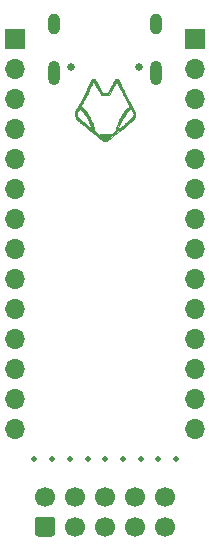
<source format=gbs>
%TF.GenerationSoftware,KiCad,Pcbnew,5.1.8-db9833491~88~ubuntu20.04.1*%
%TF.CreationDate,2021-01-17T16:38:17+01:00*%
%TF.ProjectId,GreenFox,47726565-6e46-46f7-982e-6b696361645f,Rev1*%
%TF.SameCoordinates,PX6d01460PY68c4118*%
%TF.FileFunction,Soldermask,Bot*%
%TF.FilePolarity,Negative*%
%FSLAX46Y46*%
G04 Gerber Fmt 4.6, Leading zero omitted, Abs format (unit mm)*
G04 Created by KiCad (PCBNEW 5.1.8-db9833491~88~ubuntu20.04.1) date 2021-01-17 16:38:17*
%MOMM*%
%LPD*%
G01*
G04 APERTURE LIST*
%ADD10C,0.010000*%
%ADD11C,0.500000*%
%ADD12O,1.700000X1.700000*%
%ADD13R,1.700000X1.700000*%
%ADD14C,1.700000*%
%ADD15O,1.000000X2.100000*%
%ADD16O,1.000000X1.800000*%
%ADD17C,0.650000*%
G04 APERTURE END LIST*
D10*
%TO.C,MARK1*%
G36*
X11025636Y40394381D02*
G01*
X11003371Y40365824D01*
X10976581Y40325780D01*
X10950179Y40281709D01*
X10943722Y40270027D01*
X10929423Y40243976D01*
X10905961Y40201672D01*
X10874559Y40145305D01*
X10836443Y40077065D01*
X10792836Y39999140D01*
X10744963Y39913722D01*
X10694048Y39822998D01*
X10641315Y39729160D01*
X10637825Y39722954D01*
X10377432Y39259933D01*
X9942568Y39259933D01*
X9682175Y39722954D01*
X9629366Y39816921D01*
X9578294Y39907915D01*
X9530184Y39993749D01*
X9486260Y40072231D01*
X9447746Y40141173D01*
X9415867Y40198385D01*
X9391847Y40241678D01*
X9376911Y40268861D01*
X9376278Y40270027D01*
X9350829Y40313905D01*
X9323659Y40355779D01*
X9299680Y40388191D01*
X9294365Y40394381D01*
X9257954Y40434683D01*
X9071748Y40434683D01*
X9040329Y40391961D01*
X9029515Y40373828D01*
X9010826Y40338595D01*
X8985298Y40288365D01*
X8953965Y40225237D01*
X8917861Y40151314D01*
X8878021Y40068697D01*
X8835479Y39979487D01*
X8794140Y39891898D01*
X8720923Y39736017D01*
X8655731Y39597390D01*
X8597591Y39474112D01*
X8545528Y39364276D01*
X8498570Y39265977D01*
X8455744Y39177311D01*
X8416077Y39096371D01*
X8378596Y39021253D01*
X8342327Y38950050D01*
X8306298Y38880858D01*
X8269535Y38811770D01*
X8231066Y38740882D01*
X8189917Y38666287D01*
X8145116Y38586082D01*
X8095688Y38498359D01*
X8040662Y38401214D01*
X7979064Y38292741D01*
X7963359Y38265100D01*
X7593542Y37614225D01*
X7590012Y37496248D01*
X7588932Y37441202D01*
X7590094Y37400602D01*
X7594313Y37367774D01*
X7602402Y37336045D01*
X7613567Y37303185D01*
X7659471Y37194411D01*
X7716356Y37094927D01*
X7787726Y36999173D01*
X7846984Y36932648D01*
X7863193Y36917620D01*
X7894892Y36890265D01*
X7941019Y36851449D01*
X8000512Y36802037D01*
X8072310Y36742896D01*
X8155350Y36674892D01*
X8248570Y36598889D01*
X8350908Y36515755D01*
X8461302Y36426354D01*
X8578691Y36331554D01*
X8702011Y36232218D01*
X8830201Y36129214D01*
X8962199Y36023407D01*
X8966660Y36019836D01*
X10022278Y35174767D01*
X10162577Y35175556D01*
X10302875Y35176345D01*
X11343629Y36010285D01*
X11474624Y36115328D01*
X11601778Y36217445D01*
X11724030Y36315774D01*
X11840316Y36409456D01*
X11949576Y36497629D01*
X12050748Y36579434D01*
X12142769Y36654010D01*
X12224578Y36720496D01*
X12295112Y36778032D01*
X12353311Y36825756D01*
X12398111Y36862809D01*
X12428451Y36888330D01*
X12442945Y36901142D01*
X12486400Y36947065D01*
X12533137Y37002561D01*
X12578757Y37061857D01*
X12618860Y37119183D01*
X12649044Y37168765D01*
X12653628Y37177489D01*
X12670872Y37214625D01*
X12690379Y37261231D01*
X12706525Y37303439D01*
X12718723Y37339743D01*
X12726335Y37371251D01*
X12730171Y37404631D01*
X12731042Y37446548D01*
X12730668Y37464201D01*
X12578070Y37464201D01*
X12566596Y37418950D01*
X12544206Y37364175D01*
X12512635Y37302877D01*
X12473617Y37238056D01*
X12428889Y37172714D01*
X12380184Y37109851D01*
X12329238Y37052469D01*
X12307066Y37030220D01*
X12292390Y37017328D01*
X12263584Y36993157D01*
X12222342Y36959072D01*
X12170358Y36916440D01*
X12109325Y36866626D01*
X12040937Y36810997D01*
X11966888Y36750919D01*
X11888872Y36687758D01*
X11808582Y36622880D01*
X11727711Y36557651D01*
X11647955Y36493437D01*
X11571005Y36431604D01*
X11498557Y36373519D01*
X11432304Y36320546D01*
X11373939Y36274054D01*
X11325156Y36235407D01*
X11287649Y36205971D01*
X11263111Y36187114D01*
X11253237Y36180200D01*
X11253176Y36180191D01*
X11255594Y36189585D01*
X11263751Y36215353D01*
X11276464Y36253870D01*
X11292547Y36301506D01*
X11297645Y36316429D01*
X11365490Y36498616D01*
X11446300Y36688560D01*
X11537489Y36881229D01*
X11636473Y37071588D01*
X11740666Y37254605D01*
X11847482Y37425244D01*
X11925654Y37539138D01*
X11967555Y37593697D01*
X12017955Y37653202D01*
X12073144Y37713801D01*
X12129411Y37771642D01*
X12183048Y37822871D01*
X12230344Y37863636D01*
X12257482Y37883742D01*
X12289890Y37904638D01*
X12315619Y37919853D01*
X12329543Y37926375D01*
X12330084Y37926433D01*
X12337365Y37917687D01*
X12353060Y37893536D01*
X12375366Y37857116D01*
X12402482Y37811563D01*
X12432605Y37760012D01*
X12463936Y37705597D01*
X12494671Y37651454D01*
X12523010Y37600719D01*
X12547151Y37556525D01*
X12565292Y37522009D01*
X12575633Y37500305D01*
X12576892Y37496926D01*
X12578070Y37464201D01*
X12730668Y37464201D01*
X12729988Y37496248D01*
X12726458Y37614225D01*
X12455547Y38091027D01*
X12241945Y38091027D01*
X12234268Y38081343D01*
X12211900Y38066511D01*
X12179622Y38049684D01*
X12178445Y38049132D01*
X12149010Y38033516D01*
X12118760Y38013039D01*
X12084535Y37985083D01*
X12043174Y37947029D01*
X11991517Y37896261D01*
X11980333Y37885018D01*
X11883522Y37780580D01*
X11790408Y37665714D01*
X11699519Y37538251D01*
X11609385Y37396020D01*
X11518533Y37236852D01*
X11442196Y37091642D01*
X11356841Y36918696D01*
X11283563Y36758723D01*
X11221026Y36608323D01*
X11167896Y36464093D01*
X11122835Y36322633D01*
X11084727Y36181425D01*
X11070911Y36126419D01*
X11058396Y36078343D01*
X11048239Y36041134D01*
X11041501Y36018730D01*
X11039827Y36014452D01*
X11029898Y36004471D01*
X11005885Y35983441D01*
X10970291Y35953462D01*
X10925621Y35916632D01*
X10874378Y35875049D01*
X10853208Y35858042D01*
X10789084Y35807242D01*
X10739260Y35769170D01*
X10702061Y35742672D01*
X10675809Y35726596D01*
X10658827Y35719788D01*
X10652125Y35719740D01*
X10631160Y35725404D01*
X10597411Y35734406D01*
X10562167Y35743745D01*
X10539674Y35748951D01*
X10514251Y35753075D01*
X10483291Y35756231D01*
X10444187Y35758533D01*
X10394333Y35760094D01*
X10331123Y35761027D01*
X10251948Y35761445D01*
X10154708Y35761463D01*
X10059817Y35761252D01*
X9983343Y35760798D01*
X9922535Y35759946D01*
X9874643Y35758543D01*
X9836919Y35756435D01*
X9806610Y35753466D01*
X9780969Y35749484D01*
X9757244Y35744333D01*
X9732685Y35737860D01*
X9732429Y35737789D01*
X9690309Y35727519D01*
X9657408Y35722242D01*
X9638701Y35722704D01*
X9637179Y35723490D01*
X9599706Y35752606D01*
X9555165Y35787828D01*
X9506370Y35826860D01*
X9456141Y35867403D01*
X9407292Y35907162D01*
X9362642Y35943841D01*
X9325007Y35975141D01*
X9297204Y35998768D01*
X9282050Y36012423D01*
X9280173Y36014557D01*
X9275389Y36028684D01*
X9266694Y36059453D01*
X9255147Y36102929D01*
X9241806Y36155179D01*
X9235273Y36181425D01*
X9233569Y36187736D01*
X9058014Y36187736D01*
X9056683Y36187898D01*
X9046249Y36196195D01*
X9020756Y36216541D01*
X8981673Y36247763D01*
X8930468Y36288685D01*
X8868609Y36338135D01*
X8797567Y36394938D01*
X8718809Y36457920D01*
X8633804Y36525906D01*
X8544021Y36597724D01*
X8540750Y36600341D01*
X8427130Y36691379D01*
X8328788Y36770578D01*
X8244346Y36839160D01*
X8172431Y36898354D01*
X8111667Y36949384D01*
X8060678Y36993476D01*
X8018090Y37031855D01*
X7982526Y37065747D01*
X7952611Y37096379D01*
X7926971Y37124974D01*
X7904230Y37152760D01*
X7883012Y37180962D01*
X7872134Y37196183D01*
X7833095Y37256080D01*
X7799018Y37316973D01*
X7771461Y37375234D01*
X7751978Y37427238D01*
X7742126Y37469358D01*
X7743108Y37496926D01*
X7750917Y37514441D01*
X7767036Y37545654D01*
X7789664Y37587431D01*
X7817000Y37636635D01*
X7847240Y37690133D01*
X7878585Y37744789D01*
X7909233Y37797467D01*
X7937381Y37845033D01*
X7961229Y37884351D01*
X7978974Y37912287D01*
X7988816Y37925705D01*
X7989917Y37926433D01*
X8002397Y37920934D01*
X8027187Y37906443D01*
X8059164Y37885975D01*
X8062519Y37883742D01*
X8103234Y37852503D01*
X8152865Y37808126D01*
X8207700Y37754465D01*
X8264031Y37695372D01*
X8318148Y37634698D01*
X8366342Y37576297D01*
X8394347Y37539138D01*
X8501904Y37380018D01*
X8608650Y37204832D01*
X8712004Y37018607D01*
X8809386Y36826370D01*
X8898213Y36633147D01*
X8975906Y36443966D01*
X9022798Y36315136D01*
X9038825Y36266449D01*
X9050612Y36226826D01*
X9057296Y36199508D01*
X9058014Y36187736D01*
X9233569Y36187736D01*
X9196910Y36323502D01*
X9151804Y36464968D01*
X9098619Y36609226D01*
X9036021Y36759675D01*
X8962673Y36919717D01*
X8877804Y37091642D01*
X8785258Y37266374D01*
X8694641Y37422384D01*
X8604480Y37561841D01*
X8513304Y37686915D01*
X8419643Y37799776D01*
X8339667Y37885018D01*
X8285708Y37938485D01*
X8242643Y37978742D01*
X8207310Y38008406D01*
X8176551Y38030097D01*
X8147205Y38046431D01*
X8141556Y38049132D01*
X8109032Y38065971D01*
X8086262Y38080920D01*
X8078025Y38090823D01*
X8078056Y38091027D01*
X8083637Y38102434D01*
X8098548Y38130164D01*
X8121639Y38172147D01*
X8151757Y38226315D01*
X8187754Y38290601D01*
X8228477Y38362937D01*
X8272777Y38441254D01*
X8281226Y38456152D01*
X8333169Y38548413D01*
X8381220Y38635450D01*
X8426964Y38720370D01*
X8471990Y38806283D01*
X8517885Y38896296D01*
X8566234Y38993517D01*
X8618625Y39101055D01*
X8676645Y39222017D01*
X8734832Y39344600D01*
X8783709Y39448044D01*
X8831320Y39548981D01*
X8876621Y39645188D01*
X8918571Y39734446D01*
X8956128Y39814533D01*
X8988250Y39883228D01*
X9013893Y39938310D01*
X9032017Y39977559D01*
X9037767Y39990183D01*
X9062969Y40045100D01*
X9090078Y40102734D01*
X9115093Y40154637D01*
X9127678Y40179999D01*
X9167408Y40258690D01*
X9186968Y40232916D01*
X9198303Y40215014D01*
X9217123Y40182016D01*
X9241345Y40137708D01*
X9268890Y40085876D01*
X9288391Y40048392D01*
X9316240Y39994951D01*
X9341396Y39947732D01*
X9362006Y39910129D01*
X9376221Y39885534D01*
X9381481Y39877759D01*
X9388917Y39866231D01*
X9405523Y39838207D01*
X9430160Y39795678D01*
X9461691Y39740634D01*
X9498977Y39675067D01*
X9540881Y39600967D01*
X9586263Y39520325D01*
X9609667Y39478596D01*
X9826625Y39091315D01*
X9886963Y39090958D01*
X9933737Y39093756D01*
X9984833Y39101274D01*
X10008249Y39106475D01*
X10068806Y39117002D01*
X10140677Y39121542D01*
X10214872Y39120097D01*
X10282402Y39112666D01*
X10311751Y39106475D01*
X10358766Y39097274D01*
X10409788Y39091727D01*
X10433037Y39090958D01*
X10493375Y39091315D01*
X10710333Y39478596D01*
X10757017Y39561739D01*
X10800786Y39639327D01*
X10840500Y39709367D01*
X10875022Y39769869D01*
X10903214Y39818843D01*
X10923938Y39854296D01*
X10936056Y39874239D01*
X10938519Y39877759D01*
X10946927Y39890776D01*
X10963075Y39919267D01*
X10985114Y39959838D01*
X11011190Y40009097D01*
X11031610Y40048392D01*
X11060223Y40103171D01*
X11086925Y40152992D01*
X11109633Y40194069D01*
X11126268Y40222615D01*
X11133032Y40232916D01*
X11152592Y40258690D01*
X11192322Y40179999D01*
X11214072Y40135794D01*
X11240372Y40080674D01*
X11267218Y40023089D01*
X11282233Y39990183D01*
X11296353Y39959375D01*
X11318496Y39911661D01*
X11347620Y39849261D01*
X11382682Y39774397D01*
X11422641Y39689290D01*
X11466455Y39596161D01*
X11513081Y39497231D01*
X11561476Y39394720D01*
X11585169Y39344600D01*
X11649593Y39208939D01*
X11706965Y39089492D01*
X11758870Y38983153D01*
X11806895Y38886811D01*
X11852628Y38797360D01*
X11897655Y38711692D01*
X11943563Y38626697D01*
X11991938Y38539269D01*
X12038774Y38456152D01*
X12083606Y38376959D01*
X12125074Y38303368D01*
X12162027Y38237446D01*
X12193313Y38181260D01*
X12217783Y38136880D01*
X12234286Y38106373D01*
X12241670Y38091806D01*
X12241945Y38091027D01*
X12455547Y38091027D01*
X12356641Y38265100D01*
X12293339Y38376544D01*
X12236840Y38476207D01*
X12186170Y38565996D01*
X12140358Y38647814D01*
X12098430Y38723569D01*
X12059412Y38795165D01*
X12022332Y38864508D01*
X11986217Y38933503D01*
X11950093Y39004056D01*
X11912988Y39078072D01*
X11873928Y39157456D01*
X11831941Y39244114D01*
X11786053Y39339952D01*
X11735291Y39446875D01*
X11678682Y39566788D01*
X11615253Y39701596D01*
X11544031Y39853206D01*
X11525861Y39891898D01*
X11481728Y39985375D01*
X11439328Y40074225D01*
X11399697Y40156347D01*
X11363868Y40229640D01*
X11332877Y40292002D01*
X11307757Y40341332D01*
X11289543Y40375529D01*
X11279671Y40391961D01*
X11248252Y40434683D01*
X11062047Y40434683D01*
X11025636Y40394381D01*
G37*
X11025636Y40394381D02*
X11003371Y40365824D01*
X10976581Y40325780D01*
X10950179Y40281709D01*
X10943722Y40270027D01*
X10929423Y40243976D01*
X10905961Y40201672D01*
X10874559Y40145305D01*
X10836443Y40077065D01*
X10792836Y39999140D01*
X10744963Y39913722D01*
X10694048Y39822998D01*
X10641315Y39729160D01*
X10637825Y39722954D01*
X10377432Y39259933D01*
X9942568Y39259933D01*
X9682175Y39722954D01*
X9629366Y39816921D01*
X9578294Y39907915D01*
X9530184Y39993749D01*
X9486260Y40072231D01*
X9447746Y40141173D01*
X9415867Y40198385D01*
X9391847Y40241678D01*
X9376911Y40268861D01*
X9376278Y40270027D01*
X9350829Y40313905D01*
X9323659Y40355779D01*
X9299680Y40388191D01*
X9294365Y40394381D01*
X9257954Y40434683D01*
X9071748Y40434683D01*
X9040329Y40391961D01*
X9029515Y40373828D01*
X9010826Y40338595D01*
X8985298Y40288365D01*
X8953965Y40225237D01*
X8917861Y40151314D01*
X8878021Y40068697D01*
X8835479Y39979487D01*
X8794140Y39891898D01*
X8720923Y39736017D01*
X8655731Y39597390D01*
X8597591Y39474112D01*
X8545528Y39364276D01*
X8498570Y39265977D01*
X8455744Y39177311D01*
X8416077Y39096371D01*
X8378596Y39021253D01*
X8342327Y38950050D01*
X8306298Y38880858D01*
X8269535Y38811770D01*
X8231066Y38740882D01*
X8189917Y38666287D01*
X8145116Y38586082D01*
X8095688Y38498359D01*
X8040662Y38401214D01*
X7979064Y38292741D01*
X7963359Y38265100D01*
X7593542Y37614225D01*
X7590012Y37496248D01*
X7588932Y37441202D01*
X7590094Y37400602D01*
X7594313Y37367774D01*
X7602402Y37336045D01*
X7613567Y37303185D01*
X7659471Y37194411D01*
X7716356Y37094927D01*
X7787726Y36999173D01*
X7846984Y36932648D01*
X7863193Y36917620D01*
X7894892Y36890265D01*
X7941019Y36851449D01*
X8000512Y36802037D01*
X8072310Y36742896D01*
X8155350Y36674892D01*
X8248570Y36598889D01*
X8350908Y36515755D01*
X8461302Y36426354D01*
X8578691Y36331554D01*
X8702011Y36232218D01*
X8830201Y36129214D01*
X8962199Y36023407D01*
X8966660Y36019836D01*
X10022278Y35174767D01*
X10162577Y35175556D01*
X10302875Y35176345D01*
X11343629Y36010285D01*
X11474624Y36115328D01*
X11601778Y36217445D01*
X11724030Y36315774D01*
X11840316Y36409456D01*
X11949576Y36497629D01*
X12050748Y36579434D01*
X12142769Y36654010D01*
X12224578Y36720496D01*
X12295112Y36778032D01*
X12353311Y36825756D01*
X12398111Y36862809D01*
X12428451Y36888330D01*
X12442945Y36901142D01*
X12486400Y36947065D01*
X12533137Y37002561D01*
X12578757Y37061857D01*
X12618860Y37119183D01*
X12649044Y37168765D01*
X12653628Y37177489D01*
X12670872Y37214625D01*
X12690379Y37261231D01*
X12706525Y37303439D01*
X12718723Y37339743D01*
X12726335Y37371251D01*
X12730171Y37404631D01*
X12731042Y37446548D01*
X12730668Y37464201D01*
X12578070Y37464201D01*
X12566596Y37418950D01*
X12544206Y37364175D01*
X12512635Y37302877D01*
X12473617Y37238056D01*
X12428889Y37172714D01*
X12380184Y37109851D01*
X12329238Y37052469D01*
X12307066Y37030220D01*
X12292390Y37017328D01*
X12263584Y36993157D01*
X12222342Y36959072D01*
X12170358Y36916440D01*
X12109325Y36866626D01*
X12040937Y36810997D01*
X11966888Y36750919D01*
X11888872Y36687758D01*
X11808582Y36622880D01*
X11727711Y36557651D01*
X11647955Y36493437D01*
X11571005Y36431604D01*
X11498557Y36373519D01*
X11432304Y36320546D01*
X11373939Y36274054D01*
X11325156Y36235407D01*
X11287649Y36205971D01*
X11263111Y36187114D01*
X11253237Y36180200D01*
X11253176Y36180191D01*
X11255594Y36189585D01*
X11263751Y36215353D01*
X11276464Y36253870D01*
X11292547Y36301506D01*
X11297645Y36316429D01*
X11365490Y36498616D01*
X11446300Y36688560D01*
X11537489Y36881229D01*
X11636473Y37071588D01*
X11740666Y37254605D01*
X11847482Y37425244D01*
X11925654Y37539138D01*
X11967555Y37593697D01*
X12017955Y37653202D01*
X12073144Y37713801D01*
X12129411Y37771642D01*
X12183048Y37822871D01*
X12230344Y37863636D01*
X12257482Y37883742D01*
X12289890Y37904638D01*
X12315619Y37919853D01*
X12329543Y37926375D01*
X12330084Y37926433D01*
X12337365Y37917687D01*
X12353060Y37893536D01*
X12375366Y37857116D01*
X12402482Y37811563D01*
X12432605Y37760012D01*
X12463936Y37705597D01*
X12494671Y37651454D01*
X12523010Y37600719D01*
X12547151Y37556525D01*
X12565292Y37522009D01*
X12575633Y37500305D01*
X12576892Y37496926D01*
X12578070Y37464201D01*
X12730668Y37464201D01*
X12729988Y37496248D01*
X12726458Y37614225D01*
X12455547Y38091027D01*
X12241945Y38091027D01*
X12234268Y38081343D01*
X12211900Y38066511D01*
X12179622Y38049684D01*
X12178445Y38049132D01*
X12149010Y38033516D01*
X12118760Y38013039D01*
X12084535Y37985083D01*
X12043174Y37947029D01*
X11991517Y37896261D01*
X11980333Y37885018D01*
X11883522Y37780580D01*
X11790408Y37665714D01*
X11699519Y37538251D01*
X11609385Y37396020D01*
X11518533Y37236852D01*
X11442196Y37091642D01*
X11356841Y36918696D01*
X11283563Y36758723D01*
X11221026Y36608323D01*
X11167896Y36464093D01*
X11122835Y36322633D01*
X11084727Y36181425D01*
X11070911Y36126419D01*
X11058396Y36078343D01*
X11048239Y36041134D01*
X11041501Y36018730D01*
X11039827Y36014452D01*
X11029898Y36004471D01*
X11005885Y35983441D01*
X10970291Y35953462D01*
X10925621Y35916632D01*
X10874378Y35875049D01*
X10853208Y35858042D01*
X10789084Y35807242D01*
X10739260Y35769170D01*
X10702061Y35742672D01*
X10675809Y35726596D01*
X10658827Y35719788D01*
X10652125Y35719740D01*
X10631160Y35725404D01*
X10597411Y35734406D01*
X10562167Y35743745D01*
X10539674Y35748951D01*
X10514251Y35753075D01*
X10483291Y35756231D01*
X10444187Y35758533D01*
X10394333Y35760094D01*
X10331123Y35761027D01*
X10251948Y35761445D01*
X10154708Y35761463D01*
X10059817Y35761252D01*
X9983343Y35760798D01*
X9922535Y35759946D01*
X9874643Y35758543D01*
X9836919Y35756435D01*
X9806610Y35753466D01*
X9780969Y35749484D01*
X9757244Y35744333D01*
X9732685Y35737860D01*
X9732429Y35737789D01*
X9690309Y35727519D01*
X9657408Y35722242D01*
X9638701Y35722704D01*
X9637179Y35723490D01*
X9599706Y35752606D01*
X9555165Y35787828D01*
X9506370Y35826860D01*
X9456141Y35867403D01*
X9407292Y35907162D01*
X9362642Y35943841D01*
X9325007Y35975141D01*
X9297204Y35998768D01*
X9282050Y36012423D01*
X9280173Y36014557D01*
X9275389Y36028684D01*
X9266694Y36059453D01*
X9255147Y36102929D01*
X9241806Y36155179D01*
X9235273Y36181425D01*
X9233569Y36187736D01*
X9058014Y36187736D01*
X9056683Y36187898D01*
X9046249Y36196195D01*
X9020756Y36216541D01*
X8981673Y36247763D01*
X8930468Y36288685D01*
X8868609Y36338135D01*
X8797567Y36394938D01*
X8718809Y36457920D01*
X8633804Y36525906D01*
X8544021Y36597724D01*
X8540750Y36600341D01*
X8427130Y36691379D01*
X8328788Y36770578D01*
X8244346Y36839160D01*
X8172431Y36898354D01*
X8111667Y36949384D01*
X8060678Y36993476D01*
X8018090Y37031855D01*
X7982526Y37065747D01*
X7952611Y37096379D01*
X7926971Y37124974D01*
X7904230Y37152760D01*
X7883012Y37180962D01*
X7872134Y37196183D01*
X7833095Y37256080D01*
X7799018Y37316973D01*
X7771461Y37375234D01*
X7751978Y37427238D01*
X7742126Y37469358D01*
X7743108Y37496926D01*
X7750917Y37514441D01*
X7767036Y37545654D01*
X7789664Y37587431D01*
X7817000Y37636635D01*
X7847240Y37690133D01*
X7878585Y37744789D01*
X7909233Y37797467D01*
X7937381Y37845033D01*
X7961229Y37884351D01*
X7978974Y37912287D01*
X7988816Y37925705D01*
X7989917Y37926433D01*
X8002397Y37920934D01*
X8027187Y37906443D01*
X8059164Y37885975D01*
X8062519Y37883742D01*
X8103234Y37852503D01*
X8152865Y37808126D01*
X8207700Y37754465D01*
X8264031Y37695372D01*
X8318148Y37634698D01*
X8366342Y37576297D01*
X8394347Y37539138D01*
X8501904Y37380018D01*
X8608650Y37204832D01*
X8712004Y37018607D01*
X8809386Y36826370D01*
X8898213Y36633147D01*
X8975906Y36443966D01*
X9022798Y36315136D01*
X9038825Y36266449D01*
X9050612Y36226826D01*
X9057296Y36199508D01*
X9058014Y36187736D01*
X9233569Y36187736D01*
X9196910Y36323502D01*
X9151804Y36464968D01*
X9098619Y36609226D01*
X9036021Y36759675D01*
X8962673Y36919717D01*
X8877804Y37091642D01*
X8785258Y37266374D01*
X8694641Y37422384D01*
X8604480Y37561841D01*
X8513304Y37686915D01*
X8419643Y37799776D01*
X8339667Y37885018D01*
X8285708Y37938485D01*
X8242643Y37978742D01*
X8207310Y38008406D01*
X8176551Y38030097D01*
X8147205Y38046431D01*
X8141556Y38049132D01*
X8109032Y38065971D01*
X8086262Y38080920D01*
X8078025Y38090823D01*
X8078056Y38091027D01*
X8083637Y38102434D01*
X8098548Y38130164D01*
X8121639Y38172147D01*
X8151757Y38226315D01*
X8187754Y38290601D01*
X8228477Y38362937D01*
X8272777Y38441254D01*
X8281226Y38456152D01*
X8333169Y38548413D01*
X8381220Y38635450D01*
X8426964Y38720370D01*
X8471990Y38806283D01*
X8517885Y38896296D01*
X8566234Y38993517D01*
X8618625Y39101055D01*
X8676645Y39222017D01*
X8734832Y39344600D01*
X8783709Y39448044D01*
X8831320Y39548981D01*
X8876621Y39645188D01*
X8918571Y39734446D01*
X8956128Y39814533D01*
X8988250Y39883228D01*
X9013893Y39938310D01*
X9032017Y39977559D01*
X9037767Y39990183D01*
X9062969Y40045100D01*
X9090078Y40102734D01*
X9115093Y40154637D01*
X9127678Y40179999D01*
X9167408Y40258690D01*
X9186968Y40232916D01*
X9198303Y40215014D01*
X9217123Y40182016D01*
X9241345Y40137708D01*
X9268890Y40085876D01*
X9288391Y40048392D01*
X9316240Y39994951D01*
X9341396Y39947732D01*
X9362006Y39910129D01*
X9376221Y39885534D01*
X9381481Y39877759D01*
X9388917Y39866231D01*
X9405523Y39838207D01*
X9430160Y39795678D01*
X9461691Y39740634D01*
X9498977Y39675067D01*
X9540881Y39600967D01*
X9586263Y39520325D01*
X9609667Y39478596D01*
X9826625Y39091315D01*
X9886963Y39090958D01*
X9933737Y39093756D01*
X9984833Y39101274D01*
X10008249Y39106475D01*
X10068806Y39117002D01*
X10140677Y39121542D01*
X10214872Y39120097D01*
X10282402Y39112666D01*
X10311751Y39106475D01*
X10358766Y39097274D01*
X10409788Y39091727D01*
X10433037Y39090958D01*
X10493375Y39091315D01*
X10710333Y39478596D01*
X10757017Y39561739D01*
X10800786Y39639327D01*
X10840500Y39709367D01*
X10875022Y39769869D01*
X10903214Y39818843D01*
X10923938Y39854296D01*
X10936056Y39874239D01*
X10938519Y39877759D01*
X10946927Y39890776D01*
X10963075Y39919267D01*
X10985114Y39959838D01*
X11011190Y40009097D01*
X11031610Y40048392D01*
X11060223Y40103171D01*
X11086925Y40152992D01*
X11109633Y40194069D01*
X11126268Y40222615D01*
X11133032Y40232916D01*
X11152592Y40258690D01*
X11192322Y40179999D01*
X11214072Y40135794D01*
X11240372Y40080674D01*
X11267218Y40023089D01*
X11282233Y39990183D01*
X11296353Y39959375D01*
X11318496Y39911661D01*
X11347620Y39849261D01*
X11382682Y39774397D01*
X11422641Y39689290D01*
X11466455Y39596161D01*
X11513081Y39497231D01*
X11561476Y39394720D01*
X11585169Y39344600D01*
X11649593Y39208939D01*
X11706965Y39089492D01*
X11758870Y38983153D01*
X11806895Y38886811D01*
X11852628Y38797360D01*
X11897655Y38711692D01*
X11943563Y38626697D01*
X11991938Y38539269D01*
X12038774Y38456152D01*
X12083606Y38376959D01*
X12125074Y38303368D01*
X12162027Y38237446D01*
X12193313Y38181260D01*
X12217783Y38136880D01*
X12234286Y38106373D01*
X12241670Y38091806D01*
X12241945Y38091027D01*
X12455547Y38091027D01*
X12356641Y38265100D01*
X12293339Y38376544D01*
X12236840Y38476207D01*
X12186170Y38565996D01*
X12140358Y38647814D01*
X12098430Y38723569D01*
X12059412Y38795165D01*
X12022332Y38864508D01*
X11986217Y38933503D01*
X11950093Y39004056D01*
X11912988Y39078072D01*
X11873928Y39157456D01*
X11831941Y39244114D01*
X11786053Y39339952D01*
X11735291Y39446875D01*
X11678682Y39566788D01*
X11615253Y39701596D01*
X11544031Y39853206D01*
X11525861Y39891898D01*
X11481728Y39985375D01*
X11439328Y40074225D01*
X11399697Y40156347D01*
X11363868Y40229640D01*
X11332877Y40292002D01*
X11307757Y40341332D01*
X11289543Y40375529D01*
X11279671Y40391961D01*
X11248252Y40434683D01*
X11062047Y40434683D01*
X11025636Y40394381D01*
%TD*%
D11*
%TO.C,H9*%
X16179000Y8255000D03*
%TD*%
%TO.C,H8*%
X14679000Y8255000D03*
%TD*%
%TO.C,H7*%
X13179000Y8255000D03*
%TD*%
%TO.C,H6*%
X11679000Y8255000D03*
%TD*%
%TO.C,H5*%
X10179000Y8255000D03*
%TD*%
%TO.C,H4*%
X8679000Y8255000D03*
%TD*%
%TO.C,H3*%
X7179000Y8255000D03*
%TD*%
%TO.C,H2*%
X5679000Y8255000D03*
%TD*%
%TO.C,H1*%
X4179000Y8255000D03*
%TD*%
D12*
%TO.C,J5*%
X17780000Y10795000D03*
X17780000Y13335000D03*
X17780000Y15875000D03*
X17780000Y18415000D03*
X17780000Y20955000D03*
X17780000Y23495000D03*
X17780000Y26035000D03*
X17780000Y28575000D03*
X17780000Y31115000D03*
X17780000Y33655000D03*
X17780000Y36195000D03*
X17780000Y38735000D03*
X17780000Y41275000D03*
D13*
X17780000Y43815000D03*
%TD*%
D12*
%TO.C,J3*%
X2540000Y10795000D03*
X2540000Y13335000D03*
X2540000Y15875000D03*
X2540000Y18415000D03*
X2540000Y20955000D03*
X2540000Y23495000D03*
X2540000Y26035000D03*
X2540000Y28575000D03*
X2540000Y31115000D03*
X2540000Y33655000D03*
X2540000Y36195000D03*
X2540000Y38735000D03*
X2540000Y41275000D03*
D13*
X2540000Y43815000D03*
%TD*%
D14*
%TO.C,J2*%
X15240000Y5080000D03*
X12700000Y5080000D03*
X10160000Y5080000D03*
X7620000Y5080000D03*
X5080000Y5080000D03*
X15240000Y2540000D03*
X12700000Y2540000D03*
X10160000Y2540000D03*
X7620000Y2540000D03*
G36*
G01*
X5680000Y1690000D02*
X4480000Y1690000D01*
G75*
G02*
X4230000Y1940000I0J250000D01*
G01*
X4230000Y3140000D01*
G75*
G02*
X4480000Y3390000I250000J0D01*
G01*
X5680000Y3390000D01*
G75*
G02*
X5930000Y3140000I0J-250000D01*
G01*
X5930000Y1940000D01*
G75*
G02*
X5680000Y1690000I-250000J0D01*
G01*
G37*
%TD*%
D15*
%TO.C,J1*%
X14480000Y40976600D03*
X5840000Y40976600D03*
D16*
X14480000Y45126600D03*
X5840000Y45126600D03*
D17*
X7270000Y41476600D03*
X13050000Y41476600D03*
%TD*%
M02*

</source>
